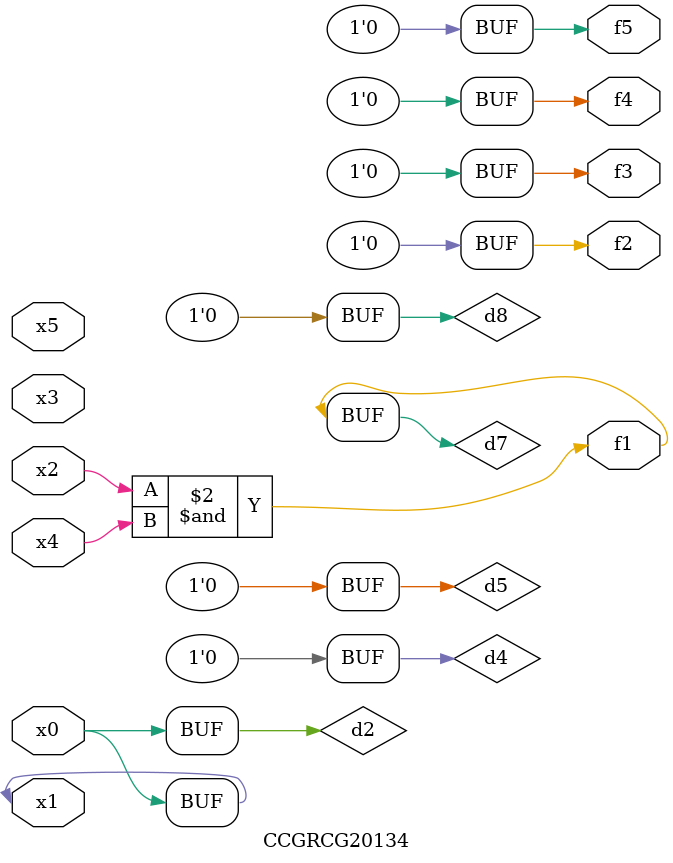
<source format=v>
module CCGRCG20134(
	input x0, x1, x2, x3, x4, x5,
	output f1, f2, f3, f4, f5
);

	wire d1, d2, d3, d4, d5, d6, d7, d8, d9;

	nand (d1, x1);
	buf (d2, x0, x1);
	nand (d3, x2, x4);
	and (d4, d1, d2);
	and (d5, d1, d2);
	nand (d6, d1, d3);
	not (d7, d3);
	xor (d8, d5);
	nor (d9, d5, d6);
	assign f1 = d7;
	assign f2 = d8;
	assign f3 = d8;
	assign f4 = d8;
	assign f5 = d8;
endmodule

</source>
